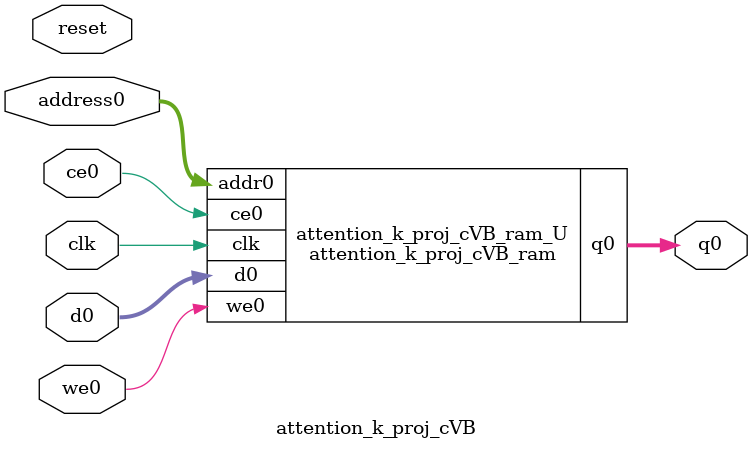
<source format=v>
`timescale 1 ns / 1 ps
module attention_k_proj_cVB_ram (addr0, ce0, d0, we0, q0,  clk);

parameter DWIDTH = 40;
parameter AWIDTH = 8;
parameter MEM_SIZE = 144;

input[AWIDTH-1:0] addr0;
input ce0;
input[DWIDTH-1:0] d0;
input we0;
output reg[DWIDTH-1:0] q0;
input clk;

(* ram_style = "block" *)reg [DWIDTH-1:0] ram[0:MEM_SIZE-1];




always @(posedge clk)  
begin 
    if (ce0) begin
        if (we0) 
            ram[addr0] <= d0; 
        q0 <= ram[addr0];
    end
end


endmodule

`timescale 1 ns / 1 ps
module attention_k_proj_cVB(
    reset,
    clk,
    address0,
    ce0,
    we0,
    d0,
    q0);

parameter DataWidth = 32'd40;
parameter AddressRange = 32'd144;
parameter AddressWidth = 32'd8;
input reset;
input clk;
input[AddressWidth - 1:0] address0;
input ce0;
input we0;
input[DataWidth - 1:0] d0;
output[DataWidth - 1:0] q0;



attention_k_proj_cVB_ram attention_k_proj_cVB_ram_U(
    .clk( clk ),
    .addr0( address0 ),
    .ce0( ce0 ),
    .we0( we0 ),
    .d0( d0 ),
    .q0( q0 ));

endmodule


</source>
